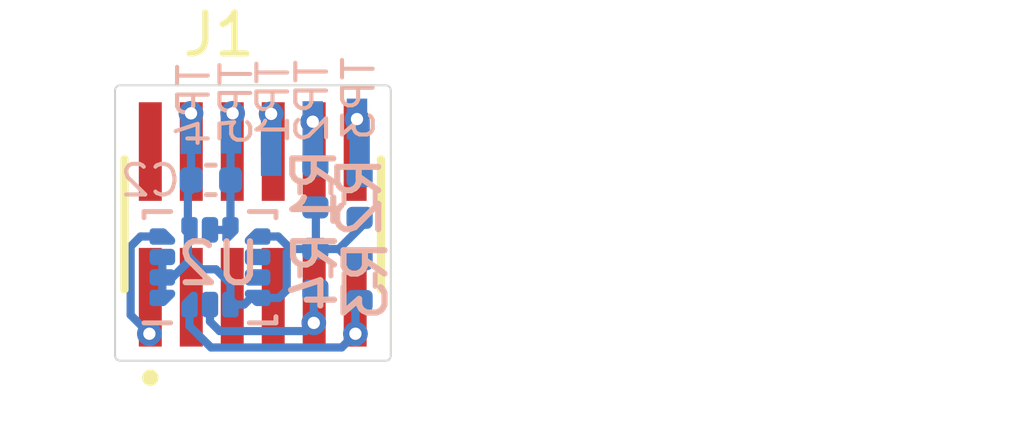
<source format=kicad_pcb>
(kicad_pcb (version 20211014) (generator pcbnew)
  (layers (0 "F.Cu" signal) (31 "B.Cu" signal) (34 "B.Paste" user) (35 "F.Paste" user) (36 "B.SilkS" user "B.Silkscreen") (37 "F.SilkS" user "F.Silkscreen") (38 "B.Mask" user) (39 "F.Mask" user) (44 "Edge.Cuts" user))
  (net 0 "")
  (net 1 "GND")
  (net 2 "+3V3")
  (net 3 "/SDA")
  (net 4 "/SCL")
  (net 7 "/INT")
  (net 8 "/O2")
  (net 9 "/O1")
  (net 10 "/ENA")
  (footprint "AcousticSwarm:SAMTEC_FTMH-106-03-L-DV" (layer "F.Cu") (at 150.3 100.3)
    (fp_text reference "J1" (at -0.825 -4.635) (layer "F.SilkS"))
    (fp_text value "FTMH-106-03-L-DV")
    (fp_line (start -3.13 1.59) (end -3.13 -1.59) (layer "F.SilkS") (width 0.2))
    (fp_line (start 3.13 1.59) (end 3.13 -1.59) (layer "F.SilkS") (width 0.2))
    (fp_circle (center -2.5 3.745) (end -2.4 3.745) (layer "F.SilkS") (width 0.2) (fill none))
    (pad "01" smd rect locked (at -2.5 1.78) (size 0.56 2.41) (layers "F.Cu" "F.Paste" "F.Mask") (net 7 "/INT"))
    (pad "02" smd rect locked (at -2.5 -1.78) (size 0.56 2.41) (layers "F.Cu" "F.Paste" "F.Mask"))
    (pad "03" smd rect locked (at -1.5 1.78) (size 0.56 2.41) (layers "F.Cu" "F.Paste" "F.Mask"))
    (pad "04" smd rect locked (at -1.5 -1.78) (size 0.56 2.41) (layers "F.Cu" "F.Paste" "F.Mask") (net 2 "+3V3"))
    (pad "05" smd rect locked (at -0.5 1.78) (size 0.56 2.41) (layers "F.Cu" "F.Paste" "F.Mask"))
    (pad "06" smd rect locked (at -0.5 -1.78) (size 0.56 2.41) (layers "F.Cu" "F.Paste" "F.Mask") (net 1 "GND"))
    (pad "07" smd rect locked (at 0.5 1.78) (size 0.56 2.41) (layers "F.Cu" "F.Paste" "F.Mask"))
    (pad "08" smd rect locked (at 0.5 -1.78) (size 0.56 2.41) (layers "F.Cu" "F.Paste" "F.Mask") (net 10 "/ENA"))
    (pad "09" smd rect locked (at 1.5 1.78) (size 0.56 2.41) (layers "F.Cu" "F.Paste" "F.Mask") (net 4 "/SCL"))
    (pad "10" smd rect locked (at 1.5 -1.78) (size 0.56 2.41) (layers "F.Cu" "F.Paste" "F.Mask") (net 9 "/O1"))
    (pad "11" smd rect locked (at 2.5 1.78) (size 0.56 2.41) (layers "F.Cu" "F.Paste" "F.Mask") (net 3 "/SDA"))
    (pad "12" smd rect locked (at 2.5 -1.78) (size 0.56 2.41) (layers "F.Cu" "F.Paste" "F.Mask") (net 8 "/O2"))
  )
  (footprint "Resistor_SMD:R_0402_1005Metric" (layer "B.Cu") (at 152.908 101.6615 -90)
    (fp_text reference "R3" (at 0.00708 -0.1524 90) (layer "B.SilkS") (effects (justify mirror)))
    (fp_text value "10k")
    (fp_line (start -0.153641 -0.38) (end 0.153641 -0.38) (layer "B.SilkS") (width 0.12))
    (fp_line (start -0.153641 0.38) (end 0.153641 0.38) (layer "B.SilkS") (width 0.12))
    (pad "1" smd roundrect locked (at -0.51 0 270) (size 0.54 0.64) (layers "B.Cu" "B.Paste" "B.Mask") (net 2 "+3V3"))
    (pad "2" smd roundrect locked (at 0.51 0 270) (size 0.54 0.64) (layers "B.Cu" "B.Paste" "B.Mask") (net 3 "/SDA"))
  )
  (footprint "Resistor_SMD:R_0402_1005Metric" (layer "B.Cu") (at 151.8285 101.4075 -90)
    (fp_text reference "R4" (at 0.0401 0 90) (layer "B.SilkS") (effects (justify mirror)))
    (fp_text value "10k")
    (fp_line (start -0.153641 0.38) (end 0.153641 0.38) (layer "B.SilkS") (width 0.12))
    (fp_line (start -0.153641 -0.38) (end 0.153641 -0.38) (layer "B.SilkS") (width 0.12))
    (pad "1" smd roundrect locked (at -0.51 0 270) (size 0.54 0.64) (layers "B.Cu" "B.Paste" "B.Mask") (net 2 "+3V3"))
    (pad "2" smd roundrect locked (at 0.51 0 270) (size 0.54 0.64) (layers "B.Cu" "B.Paste" "B.Mask") (net 4 "/SCL"))
  )
  (footprint "Package_LGA:LGA-14_3x2.5mm_P0.5mm_LayoutBorder3x4y" (layer "B.Cu") (at 149.2563 101.346)
    (fp_text reference "U2" (at 0.21508 -0.0889) (layer "B.SilkS") (effects (justify mirror)))
    (fp_text value "ISM330DLCTR")
    (fp_line (start 0.96 1.36) (end 1.61 1.36) (layer "B.SilkS") (width 0.12))
    (fp_line (start -0.96 -1.36) (end -1.61 -1.36) (layer "B.SilkS") (width 0.12))
    (fp_line (start 1.61 1.36) (end 1.61 1.21) (layer "B.SilkS") (width 0.12))
    (fp_line (start 0.96 -1.36) (end 1.61 -1.36) (layer "B.SilkS") (width 0.12))
    (fp_line (start 1.61 -1.36) (end 1.61 -1.21) (layer "B.SilkS") (width 0.12))
    (fp_line (start -1.61 -1.36) (end -1.61 -1.21) (layer "B.SilkS") (width 0.12))
    (fp_line (start -0.96 1.36) (end -1.61 1.36) (layer "B.SilkS") (width 0.12))
    (pad "1" smd custom locked (at -1.1625 0.75) (size 0.223223 0.223223) (layers "B.Cu" "B.Paste" "B.Mask") (net 2 "+3V3") (options (clearance outline) (anchor circle)) (primitives (gr_poly (pts (xy -0.2375 0.125) (xy 0.031434 0.125) (xy 0.2375 -0.081066) (xy 0.2375 -0.125) (xy -0.2375 -0.125)) (width 0.15) (fill yes))))
    (pad "2" smd roundrect locked (at -1.1625 0.25) (size 0.625 0.4) (layers "B.Cu" "B.Paste" "B.Mask") (net 2 "+3V3"))
    (pad "3" smd roundrect locked (at -1.1625 -0.25) (size 0.625 0.4) (layers "B.Cu" "B.Paste" "B.Mask") (net 2 "+3V3"))
    (pad "4" smd custom locked (at -1.1625 -0.75) (size 0.223223 0.223223) (layers "B.Cu" "B.Paste" "B.Mask") (net 7 "/INT") (options (clearance outline) (anchor circle)) (primitives (gr_poly (pts (xy -0.2375 0.125) (xy 0.2375 0.125) (xy 0.2375 0.081066) (xy 0.031434 -0.125) (xy -0.2375 -0.125)) (width 0.15) (fill yes))))
    (pad "5" smd custom locked (at -0.5 -0.9125) (size 0.223223 0.223223) (layers "B.Cu" "B.Paste" "B.Mask") (net 2 "+3V3") (options (clearance outline) (anchor circle)) (primitives (gr_poly (pts (xy -0.125 0.031434) (xy 0.081066 0.2375) (xy 0.125 0.2375) (xy 0.125 -0.2375) (xy -0.125 -0.2375)) (width 0.15) (fill yes))))
    (pad "6" smd roundrect locked (at 0 -0.9125) (size 0.4 0.625) (layers "B.Cu" "B.Paste" "B.Mask") (net 1 "GND"))
    (pad "7" smd custom locked (at 0.5 -0.9125) (size 0.223223 0.223223) (layers "B.Cu" "B.Paste" "B.Mask") (net 1 "GND") (options (clearance outline) (anchor circle)) (primitives (gr_poly (pts (xy -0.125 0.2375) (xy -0.081066 0.2375) (xy 0.125 0.031434) (xy 0.125 -0.2375) (xy -0.125 -0.2375)) (width 0.15) (fill yes))))
    (pad "8" smd custom locked (at 1.1625 -0.75) (size 0.223223 0.223223) (layers "B.Cu" "B.Paste" "B.Mask") (net 2 "+3V3") (options (clearance outline) (anchor circle)) (primitives (gr_poly (pts (xy -0.2375 0.125) (xy 0.2375 0.125) (xy 0.2375 -0.125) (xy -0.031434 -0.125) (xy -0.2375 0.081066)) (width 0.15) (fill yes))))
    (pad "9" smd roundrect locked (at 1.1625 -0.25) (size 0.625 0.4) (layers "B.Cu" "B.Paste" "B.Mask"))
    (pad "10" smd roundrect locked (at 1.1625 0.25) (size 0.625 0.4) (layers "B.Cu" "B.Paste" "B.Mask"))
    (pad "11" smd custom locked (at 1.1625 0.75) (size 0.223223 0.223223) (layers "B.Cu" "B.Paste" "B.Mask") (net 2 "+3V3") (options (clearance outline) (anchor circle)) (primitives (gr_poly (pts (xy -0.2375 -0.081066) (xy -0.031434 0.125) (xy 0.2375 0.125) (xy 0.2375 -0.125) (xy -0.2375 -0.125)) (width 0.15) (fill yes))))
    (pad "12" smd custom locked (at 0.5 0.9125) (size 0.223223 0.223223) (layers "B.Cu" "B.Paste" "B.Mask") (net 2 "+3V3") (options (clearance outline) (anchor circle)) (primitives (gr_poly (pts (xy -0.125 0.2375) (xy 0.125 0.2375) (xy 0.125 -0.031434) (xy -0.081066 -0.2375) (xy -0.125 -0.2375)) (width 0.15) (fill yes))))
    (pad "13" smd roundrect locked (at 0 0.9125) (size 0.4 0.625) (layers "B.Cu" "B.Paste" "B.Mask") (net 4 "/SCL"))
    (pad "14" smd custom locked (at -0.5 0.9125) (size 0.223223 0.223223) (layers "B.Cu" "B.Paste" "B.Mask") (net 3 "/SDA") (options (clearance outline) (anchor circle)) (primitives (gr_poly (pts (xy -0.125 0.2375) (xy 0.125 0.2375) (xy 0.125 -0.2375) (xy 0.081066 -0.2375) (xy -0.125 -0.031434)) (width 0.15) (fill yes))))
  )
  (footprint "Capacitor_SMD:C_0402_1005Metric" (layer "B.Cu") (at 149.2784 99.2124)
    (fp_text reference "C2" (at -1.47834 0.01524) (layer "B.SilkS") (effects (font (size 0.75 0.75) (thickness 0.1)) (justify mirror)))
    (fp_text value "100nF")
    (fp_line (start -0.107836 -0.36) (end 0.107836 -0.36) (layer "B.SilkS") (width 0.12))
    (fp_line (start -0.107836 0.36) (end 0.107836 0.36) (layer "B.SilkS") (width 0.12))
    (pad "1" smd roundrect locked (at -0.48 0) (size 0.56 0.62) (layers "B.Cu" "B.Paste" "B.Mask") (net 2 "+3V3"))
    (pad "2" smd roundrect locked (at 0.48 0) (size 0.56 0.62) (layers "B.Cu" "B.Paste" "B.Mask") (net 1 "GND"))
  )
  (footprint "Resistor_SMD:R_0402_1005Metric" (layer "B.Cu") (at 151.8285 99.3755 90)
    (fp_text reference "R1" (at -0.05026 -0.01778 90) (layer "B.SilkS") (effects (justify mirror)))
    (fp_text value "10k")
    (fp_line (start -0.153641 0.38) (end 0.153641 0.38) (layer "B.SilkS") (width 0.12))
    (fp_line (start -0.153641 -0.38) (end 0.153641 -0.38) (layer "B.SilkS") (width 0.12))
    (pad "1" smd roundrect locked (at -0.51 0 90) (size 0.54 0.64) (layers "B.Cu" "B.Paste" "B.Mask") (net 2 "+3V3"))
    (pad "2" smd roundrect locked (at 0.51 0 90) (size 0.54 0.64) (layers "B.Cu" "B.Paste" "B.Mask") (net 9 "/O1"))
  )
  (footprint "Zooids:Wire Pad" (layer "B.Cu") (at 152.781 99.6315)
    (fp_text reference "TP3" (at 0.10668 -2.40284 90) (layer "B.SilkS") (effects (font (size 0.75 0.75) (thickness 0.1)) (justify mirror)))
    (fp_text value "TestPoint")
    (pad "1" smd rect locked (at 0.0635 -1.905) (size 0.5 1) (layers "B.Cu" "B.Paste" "B.Mask") (net 8 "/O2"))
  )
  (footprint "Zooids:Wire Pad" (layer "B.Cu") (at 148.72462 99.98456)
    (fp_text reference "TP4" (at 0.13716 -2.58826 270) (layer "B.SilkS") (effects (font (size 0.75 0.75) (thickness 0.1)) (justify mirror)))
    (fp_text value "TestPoint")
    (pad "1" smd rect locked (at 0.0635 -1.905) (size 0.5 1) (layers "B.Cu" "B.Paste" "B.Mask") (net 2 "+3V3"))
  )
  (footprint "Zooids:Wire Pad" (layer "B.Cu") (at 149.7076 99.9744)
    (fp_text reference "TP5" (at 0.18796 -2.61874 90) (layer "B.SilkS") (effects (font (size 0.75 0.75) (thickness 0.1)) (justify mirror)))
    (fp_text value "TestPoint")
    (pad "1" smd rect locked (at 0.0635 -1.905) (size 0.5 1) (layers "B.Cu" "B.Paste" "B.Mask") (net 1 "GND"))
  )
  (footprint "Zooids:Wire Pad" (layer "B.Cu") (at 151.7015 99.695)
    (fp_text reference "TP2" (at 0.04572 -2.39776 90) (layer "B.SilkS") (effects (font (size 0.75 0.75) (thickness 0.1)) (justify mirror)))
    (fp_text value "TestPoint")
    (pad "1" smd rect locked (at 0.0635 -1.905) (size 0.5 1) (layers "B.Cu" "B.Paste" "B.Mask") (net 9 "/O1"))
  )
  (footprint "Zooids:Wire Pad" (layer "B.Cu") (at 150.6855 100.5205)
    (fp_text reference "TP1" (at 0.11176 -3.2004 90) (layer "B.SilkS") (effects (font (size 0.75 0.75) (thickness 0.1)) (justify mirror)))
    (fp_text value "TestPoint")
    (pad "1" smd rect locked (at 0.0635 -1.905) (size 0.5 1) (layers "B.Cu" "B.Paste" "B.Mask") (net 10 "/ENA"))
  )
  (footprint "Resistor_SMD:R_0402_1005Metric" (layer "B.Cu") (at 152.908 99.6295 90)
    (fp_text reference "R2" (at -0.002 0 90) (layer "B.SilkS") (effects (justify mirror)))
    (fp_text value "10k")
    (fp_line (start -0.153641 0.38) (end 0.153641 0.38) (layer "B.SilkS") (width 0.12))
    (fp_line (start -0.153641 -0.38) (end 0.153641 -0.38) (layer "B.SilkS") (width 0.12))
    (pad "1" smd roundrect locked (at -0.51 0 90) (size 0.54 0.64) (layers "B.Cu" "B.Paste" "B.Mask") (net 2 "+3V3"))
    (pad "2" smd roundrect locked (at 0.51 0 90) (size 0.54 0.64) (layers "B.Cu" "B.Paste" "B.Mask") (net 8 "/O2"))
  )
  (gr_line (start 153.543 96.901) (end 147.066 96.901) (layer "Edge.Cuts") (width 0.05))
  (gr_line (start 147.066 103.632) (end 153.543 103.632) (layer "Edge.Cuts") (width 0.05))
  (gr_line (start 146.939 97.028) (end 146.939 103.505) (layer "Edge.Cuts") (width 0.05))
  (gr_arc (start 153.543 96.901) (mid 153.632803 96.938197) (end 153.67 97.028) (layer "Edge.Cuts") (width 0.05))
  (gr_arc (start 147.066 103.632) (mid 146.976197 103.594803) (end 146.939 103.505) (layer "Edge.Cuts") (width 0.05))
  (gr_arc (start 146.939 97.028) (mid 146.976197 96.938197) (end 147.066 96.901) (layer "Edge.Cuts") (width 0.05))
  (gr_arc (start 153.67 103.505) (mid 153.632803 103.594803) (end 153.543 103.632) (layer "Edge.Cuts") (width 0.05))
  (gr_line (start 153.67 103.505) (end 153.67 97.028) (layer "Edge.Cuts") (width 0.05))
  (via (at 149.8092 97.5868) (size 0.6) (drill 0.3) (layers "F.Cu" "B.Cu") (net 1))
  (segment (start 149.8092 97.5868) (end 149.8092 97.5868) (width 0.2) (layer "B.Cu") (net 1))
  (segment (start 149.7584 99.2124) (end 149.7584 97.6376) (width 0.2) (layer "B.Cu") (net 1))
  (segment (start 149.7563 100.4335) (end 149.7563 99.2145) (width 0.2) (layer "B.Cu") (net 1))
  (segment (start 149.7584 97.6376) (end 149.8092 97.5868) (width 0.2) (layer "B.Cu") (net 1))
  (segment (start 149.2563 100.4335) (end 149.7563 100.4335) (width 0.2) (layer "B.Cu") (net 1))
  (segment (start 149.7563 99.2145) (end 149.7584 99.2124) (width 0.2) (layer "B.Cu") (net 1))
  (via (at 148.7932 97.5868) (size 0.6) (drill 0.3) (layers "F.Cu" "B.Cu") (net 2))
  (segment (start 148.7932 97.5868) (end 148.7932 97.5868) (width 0.2) (layer "B.Cu") (net 2))
  (segment (start 149.4028 101.3968) (end 149.0472 101.3968) (width 0.2) (layer "B.Cu") (net 2))
  (segment (start 152.65 101.1515) (end 152.4 100.9015) (width 0.2) (layer "B.Cu") (net 2))
  (segment (start 148.717 100.4728) (end 148.7563 100.4335) (width 0.2) (layer "B.Cu") (net 2))
  (segment (start 152.9715 100.33) (end 152.9715 100.1395) (width 0.2) (layer "B.Cu") (net 2))
  (segment (start 152.4 100.9015) (end 152.9715 100.33) (width 0.2) (layer "B.Cu") (net 2))
  (segment (start 148.7984 99.2124) (end 148.717 99.2938) (width 0.2) (layer "B.Cu") (net 2))
  (segment (start 149.7563 101.7503) (end 149.4028 101.3968) (width 0.2) (layer "B.Cu") (net 2))
  (segment (start 151.6507 100.9015) (end 151.8412 100.711) (width 0.2) (layer "B.Cu") (net 2))
  (segment (start 148.7563 101.1059) (end 148.717 101.0666) (width 0.2) (layer "B.Cu") (net 2))
  (segment (start 151.765 99.822) (end 151.8412 99.8982) (width 0.2) (layer "B.Cu") (net 2))
  (segment (start 151.8412 99.8982) (end 151.8412 100.9015) (width 0.2) (layer "B.Cu") (net 2))
  (segment (start 151.22119 100.89521) (end 151.22748 100.9015) (width 0.2) (layer "B.Cu") (net 2))
  (segment (start 151.13 101.9048) (end 151.13 100.9864) (width 0.2) (layer "B.Cu") (net 2))
  (segment (start 151.8412 100.9015) (end 152.4 100.9015) (width 0.2) (layer "B.Cu") (net 2))
  (segment (start 149.7563 102.2585) (end 150.0905 102.2585) (width 0.2) (layer "B.Cu") (net 2))
  (segment (start 151.13 100.9864) (end 151.22119 100.89521) (width 0.2) (layer "B.Cu") (net 2))
  (segment (start 150.92198 100.596) (end 151.22119 100.89521) (width 0.2) (layer "B.Cu") (net 2))
  (segment (start 148.7563 101.1797) (end 148.7563 101.1059) (width 0.2) (layer "B.Cu") (net 2))
  (segment (start 148.0938 101.596) (end 148.34 101.596) (width 0.2) (layer "B.Cu") (net 2))
  (segment (start 150.0905 102.2585) (end 150.241 102.108) (width 0.2) (layer "B.Cu") (net 2))
  (segment (start 151.22748 100.9015) (end 151.6507 100.9015) (width 0.2) (layer "B.Cu") (net 2))
  (segment (start 148.717 101.0666) (end 148.717 100.4728) (width 0.2) (layer "B.Cu") (net 2))
  (segment (start 150.241 102.108) (end 150.4068 102.108) (width 0.2) (layer "B.Cu") (net 2))
  (segment (start 152.908 101.1515) (end 152.65 101.1515) (width 0.2) (layer "B.Cu") (net 2))
  (segment (start 150.4188 102.096) (end 150.9388 102.096) (width 0.2) (layer "B.Cu") (net 2))
  (segment (start 148.34 101.596) (end 148.7563 101.1797) (width 0.2) (layer "B.Cu") (net 2))
  (segment (start 149.7563 102.2585) (end 149.7563 101.7503) (width 0.2) (layer "B.Cu") (net 2))
  (segment (start 150.4188 100.596) (end 150.92198 100.596) (width 0.2) (layer "B.Cu") (net 2))
  (segment (start 150.9388 102.096) (end 151.13 101.9048) (width 0.2) (layer "B.Cu") (net 2))
  (segment (start 148.7932 99.4664) (end 148.7932 97.5868) (width 0.2) (layer "B.Cu") (net 2))
  (segment (start 148.717 100.3942) (end 148.7563 100.4335) (width 0.2) (layer "B.Cu") (net 2))
  (segment (start 149.0472 101.3968) (end 148.7563 101.1059) (width 0.2) (layer "B.Cu") (net 2))
  (segment (start 148.717 99.2938) (end 148.717 100.3942) (width 0.2) (layer "B.Cu") (net 2))
  (segment (start 148.0938 101.096) (end 148.0938 102.096) (width 0.2) (layer "B.Cu") (net 2))
  (segment (start 150.4068 102.108) (end 150.4188 102.096) (width 0.2) (layer "B.Cu") (net 2))
  (via (at 152.8064 102.9716) (size 0.6) (drill 0.3) (layers "F.Cu" "B.Cu") (net 3))
  (segment (start 152.8064 102.9716) (end 152.908 102.87) (width 0.2) (layer "B.Cu") (net 3))
  (segment (start 148.7563 102.2585) (end 148.7563 102.7823) (width 0.2) (layer "B.Cu") (net 3))
  (segment (start 149.28099 103.30699) (end 152.47101 103.30699) (width 0.2) (layer "B.Cu") (net 3))
  (segment (start 152.8064 102.9716) (end 152.8064 102.0826) (width 0.2) (layer "B.Cu") (net 3))
  (segment (start 148.7563 102.7823) (end 149.28099 103.30699) (width 0.2) (layer "B.Cu") (net 3))
  (segment (start 152.47101 103.30699) (end 152.8064 102.9716) (width 0.2) (layer "B.Cu") (net 3))
  (via (at 151.7904 102.70698) (size 0.6) (drill 0.3) (layers "F.Cu" "B.Cu") (net 4))
  (segment (start 151.590401 102.906979) (end 151.7904 102.70698) (width 0.2) (layer "B.Cu") (net 4))
  (segment (start 149.2563 102.6727) (end 149.490579 102.906979) (width 0.2) (layer "B.Cu") (net 4))
  (segment (start 149.490579 102.906979) (end 151.590401 102.906979) (width 0.2) (layer "B.Cu") (net 4))
  (segment (start 151.7904 102.70698) (end 151.7904 101.9556) (width 0.2) (layer "B.Cu") (net 4))
  (segment (start 151.7904 101.9556) (end 151.8285 101.9175) (width 0.2) (layer "B.Cu") (net 4))
  (segment (start 151.8412 102.65618) (end 151.7904 102.70698) (width 0.2) (layer "B.Cu") (net 4))
  (segment (start 149.2563 102.2585) (end 149.2563 102.6727) (width 0.2) (layer "B.Cu") (net 4))
  (via (at 147.7772 102.9716) (size 0.6) (drill 0.3) (layers "F.Cu" "B.Cu") (net 7))
  (segment (start 147.7772 103.0224) (end 147.7772 103.0224) (width 0.2) (layer "B.Cu") (net 7))
  (segment (start 148.0938 100.596) (end 147.562 100.596) (width 0.2) (layer "B.Cu") (net 7))
  (segment (start 147.32 100.838) (end 147.32 102.5144) (width 0.2) (layer "B.Cu") (net 7))
  (segment (start 147.562 100.596) (end 147.32 100.838) (width 0.2) (layer "B.Cu") (net 7))
  (segment (start 147.32 102.5144) (end 147.7772 102.9716) (width 0.2) (layer "B.Cu") (net 7))
  (via (at 152.8445 97.7265) (size 0.6) (drill 0.3) (layers "F.Cu" "B.Cu") (net 8))
  (segment (start 152.8445 97.7265) (end 152.8445 97.7265) (width 0.5) (layer "B.Cu") (net 8))
  (segment (start 152.908 97.79) (end 152.8445 97.7265) (width 0.2) (layer "B.Cu") (net 8))
  (segment (start 152.908 98.802) (end 152.908 97.79) (width 0.5) (layer "B.Cu") (net 8))
  (segment (start 152.908 99.1195) (end 152.908 97.79) (width 0.2) (layer "B.Cu") (net 8))
  (via (at 151.765 97.79) (size 0.6) (drill 0.3) (layers "F.Cu" "B.Cu") (net 9))
  (segment (start 151.765 97.79) (end 151.765 97.79) (width 0.5) (layer "B.Cu") (net 9))
  (segment (start 151.765 98.679) (end 151.765 97.79) (width 0.5) (layer "B.Cu") (net 9))
  (via (at 150.749 97.5995) (size 0.6) (drill 0.3) (layers "F.Cu" "B.Cu") (net 10))
  (segment (start 150.749 98.6155) (end 150.749 97.5995) (width 0.5) (layer "B.Cu") (net 10))
)
</source>
